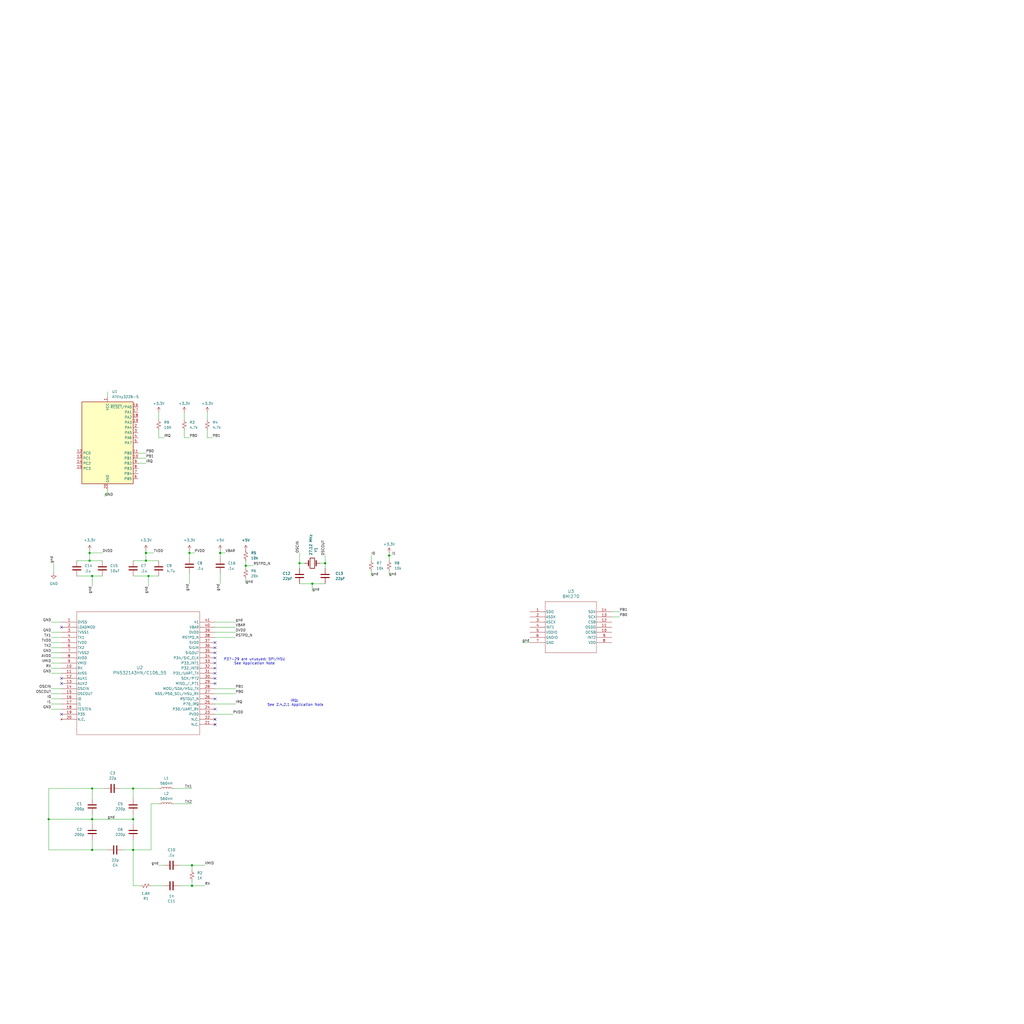
<source format=kicad_sch>
(kicad_sch (version 20231120) (generator "eeschema") (generator_version "8.0")
  (paper "User" 508 508)
  (lib_symbols
    (symbol "Device:C" (pin_numbers hide) (pin_names (offset 0.254))
      (property "Reference" "C" (at 0.635 2.54 0))
      (property "Value" "C" (at 0.635 -2.54 0))
      (symbol "C_0_1"
        (polyline (pts (xy -2.032 -0.762) (xy 2.032 -0.762)) (stroke (width 0.508)))
        (polyline (pts (xy -2.032 0.762) (xy 2.032 0.762)) (stroke (width 0.508)))
      )
      (symbol "C_1_1"
        (pin passive line (at 0 3.81 270) (length 2.794) (name "~") (number "1"))
        (pin passive line (at 0 -3.81 90) (length 2.794) (name "~") (number "2"))
      )
    )
    (symbol "Device:Crystal" (pin_numbers hide) (pin_names (offset 1.016) hide)
      (property "Reference" "Y" (at 0 3.81 0))
      (property "Value" "Crystal" (at 0 -3.81 0))
      (symbol "Crystal_0_1"
        (rectangle (start -1.143 2.54) (end 1.143 -2.54) (stroke (width 0.3048)))
        (polyline (pts (xy -2.54 0) (xy -1.905 0)))
        (polyline (pts (xy -1.905 -1.27) (xy -1.905 1.27)) (stroke (width 0.508)))
        (polyline (pts (xy 1.905 -1.27) (xy 1.905 1.27)) (stroke (width 0.508)))
        (polyline (pts (xy 2.54 0) (xy 1.905 0)))
      )
      (symbol "Crystal_1_1"
        (pin passive line (at -3.81 0 0) (length 1.27) (name "1") (number "1"))
        (pin passive line (at 3.81 0 180) (length 1.27) (name "2") (number "2"))
      )
    )
    (symbol "Device:L" (pin_numbers hide) (pin_names (offset 1.016) hide)
      (property "Reference" "L" (at -1.27 0 90))
      (property "Value" "L" (at 1.905 0 90))
      (symbol "L_0_1"
        (arc (start 0 -2.54) (mid 0.6323 -1.905) (end 0 -1.27))
        (arc (start 0 -1.27) (mid 0.6323 -0.635) (end 0 0))
        (arc (start 0 0) (mid 0.6323 0.635) (end 0 1.27))
        (arc (start 0 1.27) (mid 0.6323 1.905) (end 0 2.54))
      )
      (symbol "L_1_1"
        (pin passive line (at 0 3.81 270) (length 1.27) (name "1") (number "1"))
        (pin passive line (at 0 -3.81 90) (length 1.27) (name "2") (number "2"))
      )
    )
    (symbol "Device:R_Small_US" (pin_numbers hide) (pin_names (offset 0.254) hide)
      (property "Reference" "R" (at 0.762 0.508 0))
      (property "Value" "R_Small_US" (at 0.762 -1.016 0))
      (symbol "R_Small_US_1_1"
        (polyline (pts (xy 0 0) (xy 1.016 -0.381) (xy 0 -0.762) (xy -1.016 -1.143) (xy 0 -1.524)))
        (polyline (pts (xy 0 1.524) (xy 1.016 1.143) (xy 0 0.762) (xy -1.016 0.381) (xy 0 0)))
        (pin passive line (at 0 2.54 270) (length 1.016) (name "~") (number "1"))
        (pin passive line (at 0 -2.54 90) (length 1.016) (name "~") (number "2"))
      )
    )
    (symbol "MCU_Microchip_ATtiny:ATtiny3226-S"
      (property "Reference" "U" (at -12.7 21.59 0))
      (property "Value" "ATtiny3226-S" (at 2.54 -21.59 0))
      (symbol "ATtiny3226-S_0_1"
        (rectangle (start -12.7 -20.32) (end 12.7 20.32) (stroke (width 0.254)) (fill (type background)))
      )
      (symbol "ATtiny3226-S_1_1"
        (pin power_in line (at 0 22.86 270) (length 2.54) (name "VCC") (number "1"))
        (pin bidirectional line (at 15.24 -7.62 180) (length 2.54) (name "PB1") (number "10"))
        (pin bidirectional line (at 15.24 -5.08 180) (length 2.54) (name "PB0") (number "11"))
        (pin bidirectional line (at -15.24 -5.08 0) (length 2.54) (name "PC0") (number "12"))
        (pin bidirectional line (at -15.24 -7.62 0) (length 2.54) (name "PC1") (number "13"))
        (pin bidirectional line (at -15.24 -10.16 0) (length 2.54) (name "PC2") (number "14"))
        (pin bidirectional line (at -15.24 -12.7 0) (length 2.54) (name "PC3") (number "15"))
        (pin bidirectional line (at 15.24 17.78 180) (length 2.54) (name "~{RESET}/PA0") (number "16"))
        (pin bidirectional line (at 15.24 15.24 180) (length 2.54) (name "PA1") (number "17"))
        (pin bidirectional line (at 15.24 12.7 180) (length 2.54) (name "PA2") (number "18"))
        (pin bidirectional line (at 15.24 10.16 180) (length 2.54) (name "PA3") (number "19"))
        (pin bidirectional line (at 15.24 7.62 180) (length 2.54) (name "PA4") (number "2"))
        (pin power_in line (at 0 -22.86 90) (length 2.54) (name "GND") (number "20"))
        (pin bidirectional line (at 15.24 5.08 180) (length 2.54) (name "PA5") (number "3"))
        (pin bidirectional line (at 15.24 2.54 180) (length 2.54) (name "PA6") (number "4"))
        (pin bidirectional line (at 15.24 0 180) (length 2.54) (name "PA7") (number "5"))
        (pin bidirectional line (at 15.24 -17.78 180) (length 2.54) (name "PB5") (number "6"))
        (pin bidirectional line (at 15.24 -15.24 180) (length 2.54) (name "PB4") (number "7"))
        (pin bidirectional line (at 15.24 -12.7 180) (length 2.54) (name "PB3") (number "8"))
        (pin bidirectional line (at 15.24 -10.16 180) (length 2.54) (name "PB2") (number "9"))
      )
    )
    (symbol "Orb_library:PN5321A3HN_C106_55" (pin_names (offset 0.254))
      (property "Reference" "U" (at 38.1 10.16 0))
      (property "Value" "PN5321A3HN/C106_55" (at 38.1 7.62 0))
      (symbol "PN5321A3HN_C106_55_0_1"
        (polyline (pts (xy 7.62 -55.88) (xy 68.58 -55.88)) (stroke (width 0.127)))
        (polyline (pts (xy 7.62 5.08) (xy 7.62 -55.88)) (stroke (width 0.127)))
        (polyline (pts (xy 68.58 -55.88) (xy 68.58 5.08)) (stroke (width 0.127)))
        (polyline (pts (xy 68.58 5.08) (xy 7.62 5.08)) (stroke (width 0.127)))
        (pin power_out line (at 0 0 0) (length 7.62) (name "DVSS") (number "1"))
        (pin input line (at 0 -22.86 0) (length 7.62) (name "RX") (number "10"))
        (pin power_out line (at 0 -25.4 0) (length 7.62) (name "AVSS") (number "11"))
        (pin bidirectional line (at 0 -27.94 0) (length 7.62) (name "AUX1") (number "12"))
        (pin bidirectional line (at 0 -30.48 0) (length 7.62) (name "AUX2") (number "13"))
        (pin input line (at 0 -33.02 0) (length 7.62) (name "OSCIN") (number "14"))
        (pin output line (at 0 -35.56 0) (length 7.62) (name "OSCOUT") (number "15"))
        (pin input line (at 0 -38.1 0) (length 7.62) (name "I0") (number "16"))
        (pin input line (at 0 -40.64 0) (length 7.62) (name "I1") (number "17"))
        (pin input line (at 0 -43.18 0) (length 7.62) (name "TESTEN") (number "18"))
        (pin bidirectional line (at 0 -45.72 0) (length 7.62) (name "P35") (number "19"))
        (pin output line (at 0 -2.54 0) (length 7.62) (name "LOADMOD") (number "2"))
        (pin no_connect line (at 0 -48.26 0) (length 7.62) (name "N.C.") (number "20"))
        (pin no_connect line (at 76.2 -50.8 180) (length 7.62) (name "N.C.") (number "21"))
        (pin no_connect line (at 76.2 -48.26 180) (length 7.62) (name "N.C.") (number "22"))
        (pin power_in line (at 76.2 -45.72 180) (length 7.62) (name "PVDD") (number "23"))
        (pin bidirectional line (at 76.2 -43.18 180) (length 7.62) (name "P30/UART_RX") (number "24"))
        (pin bidirectional line (at 76.2 -40.64 180) (length 7.62) (name "P70_IRQ") (number "25"))
        (pin output line (at 76.2 -38.1 180) (length 7.62) (name "RSTOUT_N") (number "26"))
        (pin bidirectional line (at 76.2 -35.56 180) (length 7.62) (name "NSS/P50_SCL/HSU_RX") (number "27"))
        (pin bidirectional line (at 76.2 -33.02 180) (length 7.62) (name "MOSI/SDA/HSU_TX") (number "28"))
        (pin bidirectional line (at 76.2 -30.48 180) (length 7.62) (name "MISO_/_P71") (number "29"))
        (pin power_out line (at 0 -5.08 0) (length 7.62) (name "TVSS1") (number "3"))
        (pin bidirectional line (at 76.2 -27.94 180) (length 7.62) (name "SCK/P72") (number "30"))
        (pin bidirectional line (at 76.2 -25.4 180) (length 7.62) (name "P31/UART_TX") (number "31"))
        (pin bidirectional line (at 76.2 -22.86 180) (length 7.62) (name "P32_INT0") (number "32"))
        (pin bidirectional line (at 76.2 -20.32 180) (length 7.62) (name "P33_INT1") (number "33"))
        (pin bidirectional line (at 76.2 -17.78 180) (length 7.62) (name "P34/SIC_CLK") (number "34"))
        (pin output line (at 76.2 -15.24 180) (length 7.62) (name "SIGOUT") (number "35"))
        (pin input line (at 76.2 -12.7 180) (length 7.62) (name "SIGIN") (number "36"))
        (pin power_in line (at 76.2 -10.16 180) (length 7.62) (name "SVDD") (number "37"))
        (pin input line (at 76.2 -7.62 180) (length 7.62) (name "RSTPD_N") (number "38"))
        (pin power_in line (at 76.2 -5.08 180) (length 7.62) (name "DVDD") (number "39"))
        (pin bidirectional line (at 0 -7.62 0) (length 7.62) (name "TX1") (number "4"))
        (pin power_in line (at 76.2 -2.54 180) (length 7.62) (name "VBAR") (number "40"))
        (pin unspecified line (at 76.2 0 180) (length 7.62) (name "41") (number "41"))
        (pin power_in line (at 0 -10.16 0) (length 7.62) (name "TVDD") (number "5"))
        (pin bidirectional line (at 0 -12.7 0) (length 7.62) (name "TX2") (number "6"))
        (pin power_out line (at 0 -15.24 0) (length 7.62) (name "TVSS2") (number "7"))
        (pin power_in line (at 0 -17.78 0) (length 7.62) (name "AVDD") (number "8"))
        (pin output line (at 0 -20.32 0) (length 7.62) (name "VMID") (number "9"))
      )
    )
    (symbol "power:+3.3V" (power) (pin_numbers hide) (pin_names (offset 0) hide)
      (property "Value" "+3.3V" (at 0 3.556 0))
      (symbol "+3.3V_0_1"
        (polyline (pts (xy -0.762 1.27) (xy 0 2.54)))
        (polyline (pts (xy 0 0) (xy 0 2.54)))
        (polyline (pts (xy 0 2.54) (xy 0.762 1.27)))
      )
      (symbol "+3.3V_1_1"
        (pin power_in line (at 0 0 90) (length 0) (name "~") (number "1"))
      )
    )
    (symbol "power:GND" (power) (pin_numbers hide) (pin_names (offset 0) hide)
      (property "Value" "GND" (at 0 -3.81 0))
      (symbol "GND_0_1"
        (polyline (pts (xy 0 0) (xy 0 -1.27) (xy 1.27 -1.27) (xy 0 -2.54) (xy -1.27 -1.27) (xy 0 -1.27)))
      )
      (symbol "GND_1_1"
        (pin power_in line (at 0 0 270) (length 0) (name "~") (number "1"))
      )
    )
    (symbol "salp:BMI270" (pin_names (offset 0.254))
      (property "Reference" "U" (at 20.32 10.16 0))
      (property "Value" "BMI270" (at 20.32 7.62 0))
      (symbol "BMI270_0_1"
        (polyline (pts (xy 7.62 -20.32) (xy 33.02 -20.32)) (stroke (width 0.127)))
        (polyline (pts (xy 7.62 5.08) (xy 7.62 -20.32)) (stroke (width 0.127)))
        (polyline (pts (xy 33.02 -20.32) (xy 33.02 5.08)) (stroke (width 0.127)))
        (polyline (pts (xy 33.02 5.08) (xy 7.62 5.08)) (stroke (width 0.127)))
        (pin bidirectional line (at 0 0 0) (length 7.62) (name "SDO") (number "1"))
        (pin input line (at 40.64 -10.16 180) (length 7.62) (name "OCSB") (number "10"))
        (pin output line (at 40.64 -7.62 180) (length 7.62) (name "OSDO") (number "11"))
        (pin input line (at 40.64 -5.08 180) (length 7.62) (name "CSB") (number "12"))
        (pin input line (at 40.64 -2.54 180) (length 7.62) (name "SCX") (number "13"))
        (pin bidirectional line (at 40.64 0 180) (length 7.62) (name "SDX") (number "14"))
        (pin bidirectional line (at 0 -2.54 0) (length 7.62) (name "ASDX") (number "2"))
        (pin bidirectional line (at 0 -5.08 0) (length 7.62) (name "ASCX") (number "3"))
        (pin bidirectional line (at 0 -7.62 0) (length 7.62) (name "INT1") (number "4"))
        (pin power_in line (at 0 -10.16 0) (length 7.62) (name "VDDIO") (number "5"))
        (pin power_out line (at 0 -12.7 0) (length 7.62) (name "GNDIO") (number "6"))
        (pin power_out line (at 0 -15.24 0) (length 7.62) (name "GND") (number "7"))
        (pin power_in line (at 40.64 -15.24 180) (length 7.62) (name "VDD") (number "8"))
        (pin bidirectional line (at 40.64 -12.7 180) (length 7.62) (name "INT2") (number "9"))
      )
    )
  )
  (junction (at 44.45 278.13))
  (junction (at 154.94 289.56))
  (junction (at 72.39 278.13))
  (junction (at 95.25 429.26))
  (junction (at 161.29 279.4))
  (junction (at 121.92 280.67))
  (junction (at 95.25 439.42))
  (junction (at 45.72 406.4))
  (junction (at 24.13 406.4))
  (junction (at 45.72 421.64))
  (junction (at 93.98 274.32))
  (junction (at 66.04 421.64))
  (junction (at 148.59 279.4))
  (junction (at 66.04 406.4))
  (junction (at 45.72 285.75))
  (junction (at 193.04 275.59))
  (junction (at 72.39 274.32))
  (junction (at 45.72 391.16))
  (junction (at 44.45 274.32))
  (junction (at 66.04 391.16))
  (junction (at 73.66 285.75))
  (junction (at 109.22 274.32))
  (no_connect (at 106.68 351.79))
  (no_connect (at 106.68 346.71))
  (no_connect (at 106.68 331.47))
  (no_connect (at 106.68 323.85))
  (no_connect (at 30.48 354.33))
  (no_connect (at 106.68 326.39))
  (no_connect (at 106.68 334.01))
  (no_connect (at 106.68 318.77))
  (no_connect (at 106.68 359.41))
  (no_connect (at 106.68 328.93))
  (no_connect (at 106.68 336.55))
  (no_connect (at 30.48 336.55))
  (no_connect (at 106.68 321.31))
  (no_connect (at 106.68 339.09))
  (no_connect (at 30.48 311.15))
  (no_connect (at 106.68 356.87))
  (no_connect (at 30.48 339.09))
  (wire (pts (xy 148.59 289.56) (xy 154.94 289.56)))
  (wire (pts (xy 45.72 416.56) (xy 45.72 421.64)))
  (wire (pts (xy 60.96 421.64) (xy 66.04 421.64)))
  (wire (pts (xy 106.68 313.69) (xy 116.84 313.69)))
  (wire (pts (xy 73.66 285.75) (xy 73.66 290.83)))
  (wire (pts (xy 25.4 349.25) (xy 30.48 349.25)))
  (wire (pts (xy 74.93 398.78) (xy 78.74 398.78)))
  (wire (pts (xy 44.45 278.13) (xy 38.1 278.13)))
  (wire (pts (xy 53.34 245.11) (xy 53.34 242.57)))
  (wire (pts (xy 106.68 341.63) (xy 116.84 341.63)))
  (wire (pts (xy 45.72 391.16) (xy 24.13 391.16)))
  (wire (pts (xy 45.72 396.24) (xy 45.72 391.16)))
  (wire (pts (xy 102.87 213.36) (xy 102.87 217.17)))
  (wire (pts (xy 50.8 278.13) (xy 44.45 278.13)))
  (wire (pts (xy 148.59 279.4) (xy 148.59 281.94)))
  (wire (pts (xy 91.44 204.47) (xy 91.44 208.28)))
  (wire (pts (xy 24.13 406.4) (xy 24.13 421.64)))
  (wire (pts (xy 72.39 278.13) (xy 78.74 278.13)))
  (wire (pts (xy 66.04 406.4) (xy 66.04 408.94)))
  (wire (pts (xy 78.74 429.26) (xy 81.28 429.26)))
  (wire (pts (xy 25.4 328.93) (xy 30.48 328.93)))
  (wire (pts (xy 25.4 326.39) (xy 30.48 326.39)))
  (wire (pts (xy 106.68 344.17) (xy 116.84 344.17)))
  (wire (pts (xy 25.4 318.77) (xy 30.48 318.77)))
  (wire (pts (xy 72.39 274.32) (xy 72.39 278.13)))
  (wire (pts (xy 95.25 436.88) (xy 95.25 439.42)))
  (wire (pts (xy 25.4 346.71) (xy 30.48 346.71)))
  (wire (pts (xy 52.07 245.11) (xy 52.07 246.38)))
  (wire (pts (xy 24.13 421.64) (xy 45.72 421.64)))
  (wire (pts (xy 45.72 403.86) (xy 45.72 406.4)))
  (wire (pts (xy 74.93 439.42) (xy 81.28 439.42)))
  (wire (pts (xy 121.92 280.67) (xy 121.92 281.94)))
  (wire (pts (xy 78.74 204.47) (xy 78.74 208.28)))
  (wire (pts (xy 24.13 391.16) (xy 24.13 406.4)))
  (wire (pts (xy 25.4 323.85) (xy 30.48 323.85)))
  (wire (pts (xy 193.04 275.59) (xy 193.04 278.13)))
  (wire (pts (xy 45.72 421.64) (xy 53.34 421.64)))
  (wire (pts (xy 25.4 313.69) (xy 30.48 313.69)))
  (wire (pts (xy 106.68 316.23) (xy 116.84 316.23)))
  (wire (pts (xy 66.04 416.56) (xy 66.04 421.64)))
  (wire (pts (xy 81.28 217.17) (xy 78.74 217.17)))
  (wire (pts (xy 151.13 279.4) (xy 148.59 279.4)))
  (wire (pts (xy 26.67 279.4) (xy 26.67 284.48)))
  (wire (pts (xy 72.39 273.05) (xy 72.39 274.32)))
  (wire (pts (xy 66.04 391.16) (xy 78.74 391.16)))
  (wire (pts (xy 86.36 391.16) (xy 95.25 391.16)))
  (wire (pts (xy 154.94 289.56) (xy 161.29 289.56)))
  (wire (pts (xy 45.72 406.4) (xy 24.13 406.4)))
  (wire (pts (xy 66.04 421.64) (xy 66.04 439.42)))
  (wire (pts (xy 88.9 429.26) (xy 95.25 429.26)))
  (wire (pts (xy 72.39 278.13) (xy 66.04 278.13)))
  (wire (pts (xy 105.41 217.17) (xy 102.87 217.17)))
  (wire (pts (xy 25.4 344.17) (xy 30.48 344.17)))
  (wire (pts (xy 25.4 351.79) (xy 30.48 351.79)))
  (wire (pts (xy 68.58 224.79) (xy 72.39 224.79)))
  (wire (pts (xy 93.98 217.17) (xy 91.44 217.17)))
  (wire (pts (xy 193.04 274.32) (xy 193.04 275.59)))
  (wire (pts (xy 50.8 285.75) (xy 45.72 285.75)))
  (wire (pts (xy 106.68 354.33) (xy 115.57 354.33)))
  (wire (pts (xy 184.15 275.59) (xy 184.15 278.13)))
  (wire (pts (xy 148.59 274.32) (xy 148.59 279.4)))
  (wire (pts (xy 45.72 406.4) (xy 66.04 406.4)))
  (wire (pts (xy 73.66 285.75) (xy 66.04 285.75)))
  (wire (pts (xy 66.04 421.64) (xy 74.93 421.64)))
  (wire (pts (xy 259.08 318.77) (xy 262.89 318.77)))
  (wire (pts (xy 109.22 274.32) (xy 109.22 273.05)))
  (wire (pts (xy 121.92 280.67) (xy 125.73 280.67)))
  (wire (pts (xy 95.25 429.26) (xy 95.25 431.8)))
  (wire (pts (xy 59.69 391.16) (xy 66.04 391.16)))
  (wire (pts (xy 93.98 274.32) (xy 96.52 274.32)))
  (wire (pts (xy 53.34 194.31) (xy 53.34 196.85)))
  (wire (pts (xy 68.58 229.87) (xy 72.39 229.87)))
  (wire (pts (xy 106.68 311.15) (xy 116.84 311.15)))
  (wire (pts (xy 154.94 289.56) (xy 154.94 293.37)))
  (wire (pts (xy 193.04 285.75) (xy 193.04 283.21)))
  (wire (pts (xy 25.4 308.61) (xy 30.48 308.61)))
  (wire (pts (xy 74.93 421.64) (xy 74.93 398.78)))
  (wire (pts (xy 78.74 213.36) (xy 78.74 217.17)))
  (wire (pts (xy 68.58 227.33) (xy 72.39 227.33)))
  (wire (pts (xy 88.9 439.42) (xy 95.25 439.42)))
  (wire (pts (xy 91.44 213.36) (xy 91.44 217.17)))
  (wire (pts (xy 45.72 285.75) (xy 38.1 285.75)))
  (wire (pts (xy 303.53 303.53) (xy 307.34 303.53)))
  (wire (pts (xy 78.74 285.75) (xy 73.66 285.75)))
  (wire (pts (xy 44.45 274.32) (xy 44.45 278.13)))
  (wire (pts (xy 93.98 273.05) (xy 93.98 274.32)))
  (wire (pts (xy 109.22 284.48) (xy 109.22 289.56)))
  (wire (pts (xy 93.98 274.32) (xy 93.98 276.86)))
  (wire (pts (xy 50.8 274.32) (xy 44.45 274.32)))
  (wire (pts (xy 106.68 308.61) (xy 116.84 308.61)))
  (wire (pts (xy 45.72 285.75) (xy 45.72 290.83)))
  (wire (pts (xy 158.75 279.4) (xy 161.29 279.4)))
  (wire (pts (xy 66.04 391.16) (xy 66.04 396.24)))
  (wire (pts (xy 25.4 316.23) (xy 30.48 316.23)))
  (wire (pts (xy 53.34 245.11) (xy 52.07 245.11)))
  (wire (pts (xy 109.22 274.32) (xy 111.76 274.32)))
  (wire (pts (xy 45.72 408.94) (xy 45.72 406.4)))
  (wire (pts (xy 25.4 321.31) (xy 30.48 321.31)))
  (wire (pts (xy 66.04 403.86) (xy 66.04 406.4)))
  (wire (pts (xy 25.4 341.63) (xy 30.48 341.63)))
  (wire (pts (xy 303.53 306.07) (xy 307.34 306.07)))
  (wire (pts (xy 69.85 439.42) (xy 66.04 439.42)))
  (wire (pts (xy 25.4 334.01) (xy 30.48 334.01)))
  (wire (pts (xy 52.07 391.16) (xy 45.72 391.16)))
  (wire (pts (xy 184.15 285.75) (xy 184.15 283.21)))
  (wire (pts (xy 101.6 429.26) (xy 95.25 429.26)))
  (wire (pts (xy 161.29 279.4) (xy 161.29 281.94)))
  (wire (pts (xy 95.25 439.42) (xy 101.6 439.42)))
  (wire (pts (xy 121.92 278.13) (xy 121.92 280.67)))
  (wire (pts (xy 72.39 274.32) (xy 76.2 274.32)))
  (wire (pts (xy 25.4 331.47) (xy 30.48 331.47)))
  (wire (pts (xy 102.87 204.47) (xy 102.87 208.28)))
  (wire (pts (xy 93.98 284.48) (xy 93.98 289.56)))
  (wire (pts (xy 109.22 274.32) (xy 109.22 276.86)))
  (wire (pts (xy 121.92 289.56) (xy 121.92 287.02)))
  (wire (pts (xy 44.45 274.32) (xy 44.45 273.05)))
  (wire (pts (xy 194.31 275.59) (xy 193.04 275.59)))
  (wire (pts (xy 106.68 349.25) (xy 116.84 349.25)))
  (wire (pts (xy 86.36 398.78) (xy 95.25 398.78)))
  (wire (pts (xy 161.29 275.59) (xy 161.29 279.4)))
  (text "P37-29 are unusued: SPI/HSU\nSee Application Note" (at 126.238 328.168 0) (effects (font (size 1.27 1.27))))
  (text "IRQ: \nSee 2.4.2.1 Application Note\n" (at 146.558 348.742 0) (effects (font (size 1.27 1.27))))
  (label "GND" (at 25.4 334.01 180))
  (label "VMID" (at 101.6 429.26 0))
  (label "TVDD" (at 25.4 318.77 180))
  (label "gnd" (at 193.04 285.75 0))
  (label "GND" (at 25.4 323.85 180))
  (label "I0" (at 25.4 346.71 180))
  (label "RX" (at 25.4 331.47 180))
  (label "gnd" (at 154.94 293.37 0))
  (label "TX1" (at 25.4 316.23 180))
  (label "OSCIN" (at 148.59 274.32 90))
  (label "TX2" (at 25.4 321.31 180))
  (label "gnd" (at 78.74 429.26 180))
  (label "PB0" (at 72.39 224.79 0))
  (label "I0" (at 184.15 275.59 0))
  (label "TVDD" (at 76.2 274.32 0))
  (label "gnd" (at 45.72 290.83 270))
  (label "gnd" (at 116.84 308.61 0))
  (label "gnd" (at 259.08 318.77 0))
  (label "DVDD" (at 116.84 313.69 0))
  (label "RSTPD_N" (at 116.84 316.23 0))
  (label "VMID" (at 25.4 328.93 180))
  (label "GND" (at 52.07 246.38 0))
  (label "PB0" (at 93.98 217.17 0))
  (label "VBAR" (at 116.84 311.15 0))
  (label "PB1" (at 307.34 303.53 0))
  (label "VBAR" (at 111.76 274.32 0))
  (label "I1" (at 25.4 349.25 180))
  (label "gnd" (at 26.67 279.4 90))
  (label "I1" (at 194.31 275.59 0))
  (label "OSCIN" (at 25.4 341.63 180))
  (label "GND" (at 25.4 308.61 180))
  (label "gnd" (at 93.98 289.56 270))
  (label "TX2" (at 95.25 398.78 180))
  (label "TX1" (at 95.25 391.16 180))
  (label "GND" (at 25.4 351.79 180))
  (label "PB0" (at 307.34 306.07 0))
  (label "PB1" (at 116.84 341.63 0))
  (label "RX" (at 101.6 439.42 0))
  (label "DVDD" (at 50.8 274.32 0))
  (label "PB0" (at 116.84 344.17 0))
  (label "PVDD" (at 115.57 354.33 0))
  (label "AVDD" (at 25.4 326.39 180))
  (label "gnd" (at 109.22 289.56 270))
  (label "IRQ" (at 116.84 349.25 0))
  (label "PB1" (at 72.39 227.33 0))
  (label "gnd" (at 121.92 289.56 0))
  (label "IRQ" (at 81.28 217.17 0))
  (label "RSTPD_N" (at 125.73 280.67 0))
  (label "OSCOUT" (at 25.4 344.17 180))
  (label "gnd" (at 184.15 285.75 0))
  (label "PVDD" (at 96.52 274.32 0))
  (label "PB1" (at 105.41 217.17 0))
  (label "IRQ" (at 72.39 229.87 0))
  (label "gnd" (at 53.34 406.4 0))
  (label "OSCOUT" (at 161.29 275.59 90))
  (label "gnd" (at 73.66 290.83 270))
  (label "GND" (at 25.4 313.69 180))
  (symbol (lib_id "Device:C") (at 50.8 281.94 0) (unit 1)
    (property "Reference" "C15" (at 54.61 280.6699 0) (effects (justify left)))
    (property "Value" "10uF" (at 54.61 283.2099 0) (effects (justify left)))
    (property "Description" "Unpolarized capacitor" (effects (hide yes)))
  )
  (symbol (lib_id "Device:R_Small_US") (at 184.15 280.67 0) (unit 1)
    (property "Reference" "R7" (at 186.69 279.3999 0) (effects (justify left)))
    (property "Value" "10k" (at 186.69 281.9399 0) (effects (justify left)))
    (property "Description" "Resistor, small US symbol" (effects (hide yes)))
  )
  (symbol (lib_id "Device:C") (at 93.98 280.67 0) (unit 1)
    (property "Reference" "C8" (at 97.79 279.3999 0) (effects (justify left)))
    (property "Value" ".1u" (at 97.79 281.9399 0) (effects (justify left)))
    (property "Description" "Unpolarized capacitor" (effects (hide yes)))
  )
  (symbol (lib_id "Device:C") (at 45.72 400.05 0) (mirror y) (unit 1)
    (property "Reference" "C1" (at 39.37 398.78 0))
    (property "Value" "200p" (at 39.37 401.32 0))
    (property "Description" "Unpolarized capacitor" (effects (hide yes)))
  )
  (symbol (lib_id "Device:C") (at 66.04 400.05 0) (mirror y) (unit 1)
    (property "Reference" "C5" (at 59.69 398.78 0))
    (property "Value" "220p" (at 59.69 401.32 0))
    (property "Description" "Unpolarized capacitor" (effects (hide yes)))
  )
  (symbol (lib_id "power:+3.3V") (at 102.87 204.47 0) (unit 1)
    (property "Reference" "#PWR010" (effects (hide yes)))
    (property "Value" "+3.3V" (at 102.87 200.152 0))
    (property "Description" "Power symbol creates a global label with name \"+3.3V\"" (effects (hide yes)))
  )
  (symbol (lib_id "power:+3.3V") (at 78.74 204.47 0) (unit 1)
    (property "Reference" "#PWR08" (effects (hide yes)))
    (property "Value" "+3.3V" (at 78.74 200.152 0))
    (property "Description" "Power symbol creates a global label with name \"+3.3V\"" (effects (hide yes)))
  )
  (symbol (lib_id "Device:R_Small_US") (at 91.44 210.82 0) (unit 1)
    (property "Reference" "R3" (at 93.98 209.5499 0) (effects (justify left)))
    (property "Value" "4.7k" (at 93.98 212.0899 0) (effects (justify left)))
    (property "Footprint" "Resistor_SMD:R_0402_1005Metric_Pad0.72x0.64mm_HandSolder" (effects (hide yes)))
    (property "Description" "Resistor, small US symbol" (effects (hide yes)))
  )
  (symbol (lib_id "power:+3.3V") (at 109.22 273.05 0) (unit 1)
    (property "Reference" "#PWR05" (effects (hide yes)))
    (property "Value" "+5V" (at 109.22 267.97 0))
    (property "Description" "Power symbol creates a global label with name \"+3.3V\"" (effects (hide yes)))
  )
  (symbol (lib_id "Device:R_Small_US") (at 72.39 439.42 90) (mirror x) (unit 1)
    (property "Reference" "R1" (at 72.39 445.77 90))
    (property "Value" "1.6K" (at 72.39 443.23 90))
    (property "Description" "Resistor, small US symbol" (effects (hide yes)))
  )
  (symbol (lib_id "Device:C") (at 55.88 391.16 90) (unit 1)
    (property "Reference" "C3" (at 55.88 383.54 90))
    (property "Value" "22p" (at 55.88 386.08 90))
    (property "Description" "Unpolarized capacitor" (effects (hide yes)))
  )
  (symbol (lib_id "MCU_Microchip_ATtiny:ATtiny3226-S") (at 53.34 219.71 0) (unit 1)
    (property "Reference" "U1" (at 55.5341 194.31 0) (effects (justify left)))
    (property "Value" "ATtiny3226-S" (at 55.5341 196.85 0) (effects (justify left)))
    (property "Footprint" "Package_SO:SOIC-20W_7.5x12.8mm_P1.27mm" (effects (hide yes)))
    (property "Datasheet" "https://ww1.microchip.com/downloads/en/DeviceDoc/ATtiny3224-3226-3227-Data-Sheet-DS40002345A.pdf" (effects (hide yes)))
    (property "Description" "20MHz, 32kB Flash, 3kB SRAM, 256B EEPROM, SOIC-20" (effects (hide yes)))
  )
  (symbol (lib_id "Orb_library:PN5321A3HN_C106_55") (at 30.48 308.61 0) (unit 1)
    (property "Reference" "U2" (at 69.342 331.216 0) (effects (font (size 1.524 1.524))))
    (property "Value" "PN5321A3HN/C106_55" (at 69.342 333.756 0) (effects (font (size 1.524 1.524))))
    (property "Footprint" "HVQFN40_SOT618-1_NXP" (effects (hide yes)))
    (property "Datasheet" "PN5321A3HN/C106_55" (effects (hide yes)))
  )
  (symbol (lib_id "Device:C") (at 78.74 281.94 0) (unit 1)
    (property "Reference" "C9" (at 82.55 280.6699 0) (effects (justify left)))
    (property "Value" "4.7u" (at 82.55 283.2099 0) (effects (justify left)))
    (property "Description" "Unpolarized capacitor" (effects (hide yes)))
  )
  (symbol (lib_id "power:+3.3V") (at 193.04 274.32 0) (unit 1)
    (property "Reference" "#PWR07" (effects (hide yes)))
    (property "Value" "+3.3V" (at 193.04 270.002 0))
    (property "Description" "Power symbol creates a global label with name \"+3.3V\"" (effects (hide yes)))
  )
  (symbol (lib_id "Device:Crystal") (at 154.94 279.4 0) (unit 1)
    (property "Reference" "Y1" (at 156.718 272.796 90))
    (property "Value" "27.12 MHz" (at 154.178 270.256 90))
    (property "Description" "Two pin crystal" (effects (hide yes)))
  )
  (symbol (lib_id "Device:R_Small_US") (at 78.74 210.82 0) (unit 1)
    (property "Reference" "R9" (at 81.28 209.5499 0) (effects (justify left)))
    (property "Value" "10K" (at 81.28 212.0899 0) (effects (justify left)))
    (property "Footprint" "Resistor_SMD:R_0402_1005Metric_Pad0.72x0.64mm_HandSolder" (effects (hide yes)))
    (property "Description" "Resistor, small US symbol" (effects (hide yes)))
  )
  (symbol (lib_id "power:+3.3V") (at 93.98 273.05 0) (unit 1)
    (property "Reference" "#PWR03" (effects (hide yes)))
    (property "Value" "+3.3V" (at 93.98 267.97 0))
    (property "Description" "Power symbol creates a global label with name \"+3.3V\"" (effects (hide yes)))
  )
  (symbol (lib_id "Device:R_Small_US") (at 121.92 284.48 0) (unit 1)
    (property "Reference" "R6" (at 124.46 283.2099 0) (effects (justify left)))
    (property "Value" "20k" (at 124.46 285.7499 0) (effects (justify left)))
    (property "Description" "Resistor, small US symbol" (effects (hide yes)))
  )
  (symbol (lib_id "power:+3.3V") (at 44.45 273.05 0) (unit 1)
    (property "Reference" "#PWR04" (effects (hide yes)))
    (property "Value" "+3.3V" (at 44.45 267.97 0))
    (property "Description" "Power symbol creates a global label with name \"+3.3V\"" (effects (hide yes)))
  )
  (symbol (lib_id "Device:C") (at 66.04 412.75 0) (mirror y) (unit 1)
    (property "Reference" "C6" (at 59.69 411.48 0))
    (property "Value" "220p" (at 59.69 414.02 0))
    (property "Description" "Unpolarized capacitor" (effects (hide yes)))
  )
  (symbol (lib_id "Device:L") (at 82.55 391.16 90) (unit 1)
    (property "Reference" "L1" (at 82.55 386.08 90))
    (property "Value" "560nH" (at 82.55 388.62 90))
    (property "Description" "Inductor" (effects (hide yes)))
  )
  (symbol (lib_id "Device:R_Small_US") (at 193.04 280.67 0) (unit 1)
    (property "Reference" "R8" (at 195.58 279.3999 0) (effects (justify left)))
    (property "Value" "10k" (at 195.58 281.9399 0) (effects (justify left)))
    (property "Description" "Resistor, small US symbol" (effects (hide yes)))
  )
  (symbol (lib_id "power:+3.3V") (at 91.44 204.47 0) (unit 1)
    (property "Reference" "#PWR09" (effects (hide yes)))
    (property "Value" "+3.3V" (at 91.44 200.152 0))
    (property "Description" "Power symbol creates a global label with name \"+3.3V\"" (effects (hide yes)))
  )
  (symbol (lib_id "Device:C") (at 161.29 285.75 0) (unit 1)
    (property "Reference" "C13" (at 166.37 284.4799 0) (effects (justify left)))
    (property "Value" "22pF" (at 166.37 287.0199 0) (effects (justify left)))
    (property "Description" "Unpolarized capacitor" (effects (hide yes)))
  )
  (symbol (lib_id "Device:L") (at 82.55 398.78 90) (unit 1)
    (property "Reference" "L2" (at 82.55 393.7 90))
    (property "Value" "560nH" (at 82.55 396.24 90))
    (property "Description" "Inductor" (effects (hide yes)))
  )
  (symbol (lib_id "Device:C") (at 85.09 439.42 90) (mirror x) (unit 1)
    (property "Reference" "C11" (at 85.09 447.04 90))
    (property "Value" "1n" (at 85.09 444.5 90))
    (property "Description" "Unpolarized capacitor" (effects (hide yes)))
  )
  (symbol (lib_id "Device:C") (at 66.04 281.94 0) (unit 1)
    (property "Reference" "C7" (at 69.85 280.6699 0) (effects (justify left)))
    (property "Value" ".1u" (at 69.85 283.2099 0) (effects (justify left)))
    (property "Description" "Unpolarized capacitor" (effects (hide yes)))
  )
  (symbol (lib_id "salp:BMI270") (at 262.89 303.53 0) (unit 1)
    (property "Reference" "U3" (at 283.21 293.37 0) (effects (font (size 1.524 1.524))))
    (property "Value" "BMI270" (at 283.21 295.91 0) (effects (font (size 1.524 1.524))))
    (property "Footprint" "BMI270_BOS" (effects (hide yes)))
    (property "Datasheet" "BMI270" (effects (hide yes)))
  )
  (symbol (lib_id "power:GND") (at 26.67 284.48 0) (unit 1)
    (property "Reference" "#PWR01" (effects (hide yes)))
    (property "Value" "GND" (at 26.67 289.56 0))
    (property "Description" "Power symbol creates a global label with name \"GND\" , ground" (effects (hide yes)))
  )
  (symbol (lib_id "Device:C") (at 148.59 285.75 0) (unit 1)
    (property "Reference" "C12" (at 140.208 284.48 0) (effects (justify left)))
    (property "Value" "22pF" (at 140.208 287.02 0) (effects (justify left)))
    (property "Description" "Unpolarized capacitor" (effects (hide yes)))
  )
  (symbol (lib_id "Device:C") (at 57.15 421.64 90) (mirror x) (unit 1)
    (property "Reference" "C4" (at 57.15 429.26 90))
    (property "Value" "22p" (at 57.15 426.72 90))
    (property "Description" "Unpolarized capacitor" (effects (hide yes)))
  )
  (symbol (lib_id "Device:C") (at 38.1 281.94 0) (unit 1)
    (property "Reference" "C14" (at 41.91 280.6699 0) (effects (justify left)))
    (property "Value" ".1u" (at 41.91 283.2099 0) (effects (justify left)))
    (property "Description" "Unpolarized capacitor" (effects (hide yes)))
  )
  (symbol (lib_id "Device:C") (at 109.22 280.67 0) (unit 1)
    (property "Reference" "C16" (at 113.03 279.3999 0) (effects (justify left)))
    (property "Value" ".1u" (at 113.03 281.9399 0) (effects (justify left)))
    (property "Description" "Unpolarized capacitor" (effects (hide yes)))
  )
  (symbol (lib_id "power:+3.3V") (at 121.92 273.05 0) (unit 1)
    (property "Reference" "#PWR06" (effects (hide yes)))
    (property "Value" "+5V" (at 121.92 267.97 0))
    (property "Description" "Power symbol creates a global label with name \"+3.3V\"" (effects (hide yes)))
  )
  (symbol (lib_id "Device:C") (at 85.09 429.26 270) (unit 1)
    (property "Reference" "C10" (at 85.09 421.64 90))
    (property "Value" ".1u" (at 85.09 424.18 90))
    (property "Description" "Unpolarized capacitor" (effects (hide yes)))
  )
  (symbol (lib_id "Device:R_Small_US") (at 102.87 210.82 0) (unit 1)
    (property "Reference" "R4" (at 105.41 209.5499 0) (effects (justify left)))
    (property "Value" "4.7k" (at 105.41 212.0899 0) (effects (justify left)))
    (property "Footprint" "Resistor_SMD:R_0402_1005Metric_Pad0.72x0.64mm_HandSolder" (effects (hide yes)))
    (property "Description" "Resistor, small US symbol" (effects (hide yes)))
  )
  (symbol (lib_id "Device:R_Small_US") (at 121.92 275.59 180) (unit 1)
    (property "Reference" "R5" (at 124.46 274.3199 0) (effects (justify right)))
    (property "Value" "10k" (at 124.46 276.8599 0) (effects (justify right)))
    (property "Description" "Resistor, small US symbol" (effects (hide yes)))
  )
  (symbol (lib_id "power:+3.3V") (at 72.39 273.05 0) (unit 1)
    (property "Reference" "#PWR02" (effects (hide yes)))
    (property "Value" "+3.3V" (at 72.39 267.97 0))
    (property "Description" "Power symbol creates a global label with name \"+3.3V\"" (effects (hide yes)))
  )
  (symbol (lib_id "Device:C") (at 45.72 412.75 0) (mirror y) (unit 1)
    (property "Reference" "C2" (at 39.37 411.48 0))
    (property "Value" "200p" (at 39.37 414.02 0))
    (property "Description" "Unpolarized capacitor" (effects (hide yes)))
  )
  (symbol (lib_id "Device:R_Small_US") (at 95.25 434.34 0) (unit 1)
    (property "Reference" "R2" (at 97.79 433.0699 0) (effects (justify left)))
    (property "Value" "1K" (at 97.79 435.6099 0) (effects (justify left)))
    (property "Description" "Resistor, small US symbol" (effects (hide yes)))
  )
)
</source>
